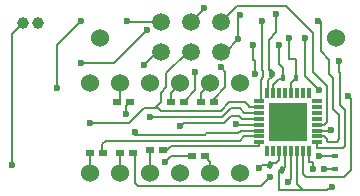
<source format=gbr>
G04 DesignSpark PCB Gerber Version 9.0 Build 5138 *
%FSLAX35Y35*%
%MOIN*%
%ADD26R,0.01181X0.03346*%
%ADD16R,0.01654X0.02441*%
%ADD28R,0.12795X0.12795*%
%ADD10C,0.00787*%
%ADD11C,0.02362*%
%ADD14C,0.03937*%
%ADD73C,0.05906*%
%ADD12C,0.06000*%
%ADD27R,0.03346X0.01181*%
%ADD72R,0.02441X0.01654*%
%ADD13R,0.02953X0.02362*%
%AMT29*0 Rectangle Pad at angle 155*21,1,0.01654,0.02441,0,0,155*%
%ADD29T29*%
X0Y0D02*
D02*
D10*
X6461Y11828D02*
Y55545D01*
X10039Y59124*
X21461Y37419D02*
Y51624D01*
X29461Y59624*
Y45624D02*
X40461D01*
X51461Y56624*
X32461Y9124D02*
Y15458D01*
X32295Y15624*
X36626D02*
X36461Y15789D01*
Y18624*
X37685Y19848*
X38996*
X39039Y19891*
X82303*
X83681Y21269*
X88815*
X42461Y9124D02*
Y15458D01*
X42295Y15624*
X42461Y39124D02*
Y33789D01*
X41295Y32624*
X44461Y28624D02*
Y31458D01*
X45626Y32624*
X47413Y22624D02*
Y21860D01*
X70689*
X71083Y22254*
X81909*
X82894Y23238*
X88815*
X52461Y9124D02*
Y16458D01*
X52295Y16624*
X53957Y30624D02*
X50461D01*
X45461Y25624*
X32461*
X56161Y49537D02*
X54862D01*
X50413Y45088*
X56161Y59537D02*
X44988D01*
X44902Y59624*
X62461Y39124D02*
Y38624D01*
X59461Y35624*
Y32789*
X59295Y32624*
X63626D02*
Y32789D01*
X67461Y36624*
Y42726*
X66161Y49537D02*
X65098D01*
X57894Y42332*
Y37608*
X55925Y35639*
Y32592*
X53957Y30624*
X66295Y14624D02*
X59461D01*
X57461Y12624*
X70492Y63986D02*
Y63868D01*
X66161Y59537*
X72461Y9124D02*
Y12789D01*
X70626Y14624*
X72461Y39124D02*
Y38624D01*
X69461Y35624*
Y32789*
X69295Y32624*
X73626D02*
Y33789D01*
X77461Y37624*
Y42844*
X76004Y44301*
X76161Y49537D02*
X77697D01*
X81909Y53750*
X76161Y59537D02*
X81398Y64773D01*
X97657*
X106713Y55718*
Y42726*
X111437Y38002*
Y26191*
X110453Y25206*
X108106*
X81909Y53750D02*
Y61072D01*
X82461Y61624*
X87461Y41939D02*
Y46663D01*
X86634*
Y51624*
X88815Y19301D02*
Y17923D01*
X59303*
X58004Y16624*
X56626*
X88815Y25206D02*
X81122D01*
Y25403*
X88815Y27175D02*
X83098D01*
X82114Y28159*
X79547*
X77185Y25797*
X63634*
X62461Y24624*
X88815Y29143D02*
X83886D01*
X82406Y30624*
X79461*
X76461Y27624*
X52508*
X52461Y27576*
X88815Y31112D02*
X85256D01*
Y31506*
X84138Y32624*
X78894*
X76004Y29734*
X56035*
X55146Y30624*
X53957*
X88815Y33080D02*
X89382D01*
X89461Y33159*
Y40041*
X89783Y40364*
Y40757*
X90177Y41151*
Y43120*
X89783Y43513*
Y59655*
X92461Y7687D02*
X89398Y4624D01*
X48461*
X47461Y5624*
Y14789*
X46626Y15624*
X92545Y11751D02*
X89730D01*
X88602Y10624*
X92933Y41939D02*
Y41151D01*
X91752Y39970*
Y36017*
X91571Y35836*
X93539D02*
Y38395D01*
X95508Y40364*
X96280*
X96673Y40757*
X94508Y62017D02*
Y55931D01*
X92146Y53569*
Y43513*
X92933*
Y41939*
X95295Y51624D02*
Y45482D01*
X96870Y43907*
Y40954*
X96673Y40757*
X95508Y16545D02*
Y13411D01*
X94508Y12411*
X93205*
X92545Y11751*
X97476Y16545D02*
Y10927D01*
X96470Y9921*
X99445Y16545D02*
Y7112D01*
X98445Y6112*
X99445Y35836D02*
Y39198D01*
X101004Y40757*
Y47057*
X98642*
Y54124*
X101413Y16545D02*
Y5403D01*
X103461Y3356*
X103382Y16545D02*
X103461Y16466D01*
Y8576*
X104350Y7687*
X116949*
X119311Y10049*
Y34065*
X118524Y34852*
X103461Y3356D02*
X95295D01*
Y10017*
X95391Y9921*
X96470*
X103461Y3356D02*
X111571D01*
X112752Y4537*
X113012*
X103957Y54124D02*
Y41545D01*
X108681Y36820*
X105350Y16545D02*
Y12624D01*
X106713*
Y10443*
X108106Y19301D02*
Y17639D01*
X108217Y17529*
X116650*
X117343Y18222*
Y30128*
X115768Y31702*
Y42356*
X115374Y42750*
Y46269*
X108106Y23238D02*
X112421D01*
X112618Y23435*
X108461Y59655D02*
X109469D01*
Y49624*
X112224Y46868*
Y41939*
X113406Y40757*
Y30521*
X115374Y28553*
Y20285*
X114587Y19498*
X111831*
X111437Y19891*
Y20285*
X110453Y21269*
X108106*
X110256Y10443D02*
X113996D01*
X114193Y10246*
Y14576D02*
X108681D01*
D02*
D11*
X6461Y11828D03*
X21461Y37419D03*
X29461Y45624D03*
Y59624D03*
X32461Y25624D03*
X44461Y28624D03*
X44902Y59624D03*
X47413Y22624D03*
X50413Y45088D03*
X51461Y56624D03*
X52461Y27576D03*
X57461Y12624D03*
X62461Y24624D03*
X67461Y42726D03*
X70492Y63986D03*
X76004Y44301D03*
X81122Y25403D03*
X81909Y53750D03*
X82461Y61624D03*
X86634Y51624D03*
X87461Y41939D03*
X88602Y10624D03*
X89783Y59655D03*
X92461Y7687D03*
X92933Y41939D03*
X94508Y62017D03*
X95295Y51624D03*
X98445Y6112D03*
X98642Y54124D03*
X103957D03*
X106713Y10443D03*
X108461Y59655D03*
X108681Y14576D03*
Y36820D03*
X110256Y10443D03*
X112618Y23435D03*
X113012Y4537D03*
X115374Y46269D03*
X118524Y34852D03*
D02*
D12*
X32461Y9124D03*
Y39124D03*
X35591Y54124D03*
X42461Y9124D03*
Y39124D03*
X52461Y9124D03*
Y39124D03*
X62461Y9124D03*
Y39124D03*
X72461Y9124D03*
Y39124D03*
X82461Y9124D03*
Y39124D03*
X114331Y54124D03*
D02*
D13*
X32295Y15624D03*
X36626D03*
X41295Y32624D03*
X42295Y15624D03*
X45626Y32624D03*
X46626Y15624D03*
X52295Y16624D03*
X56626D03*
X59295Y32624D03*
X63626D03*
X66295Y14624D03*
X69295Y32624D03*
X70626Y14624D03*
X73626Y32624D03*
D02*
D14*
X10039Y59124D03*
X14961D03*
D02*
D16*
X96673Y40757D03*
X101004D03*
D02*
D26*
X91571Y16545D03*
Y35836D03*
X93539Y16545D03*
Y35836D03*
X95508Y16545D03*
Y35836D03*
X97476Y16545D03*
Y35836D03*
X99445Y16545D03*
Y35836D03*
X101413Y16545D03*
Y35836D03*
X103382Y16545D03*
Y35836D03*
X105350Y16545D03*
Y35836D03*
D02*
D27*
X88815Y19301D03*
Y21269D03*
Y23238D03*
Y25206D03*
Y27175D03*
Y29143D03*
Y31112D03*
Y33080D03*
X108106Y19301D03*
Y21269D03*
Y23238D03*
Y25206D03*
Y27175D03*
Y29143D03*
Y31112D03*
Y33080D03*
D02*
D28*
X98461Y26191D03*
D02*
D29*
X92545Y11751D03*
X96470Y9921D03*
D02*
D72*
X114193Y10246D03*
Y14576D03*
D02*
D73*
X56161Y49537D03*
Y59537D03*
X66161Y49537D03*
Y59537D03*
X76161Y49537D03*
Y59537D03*
X0Y0D02*
M02*

</source>
